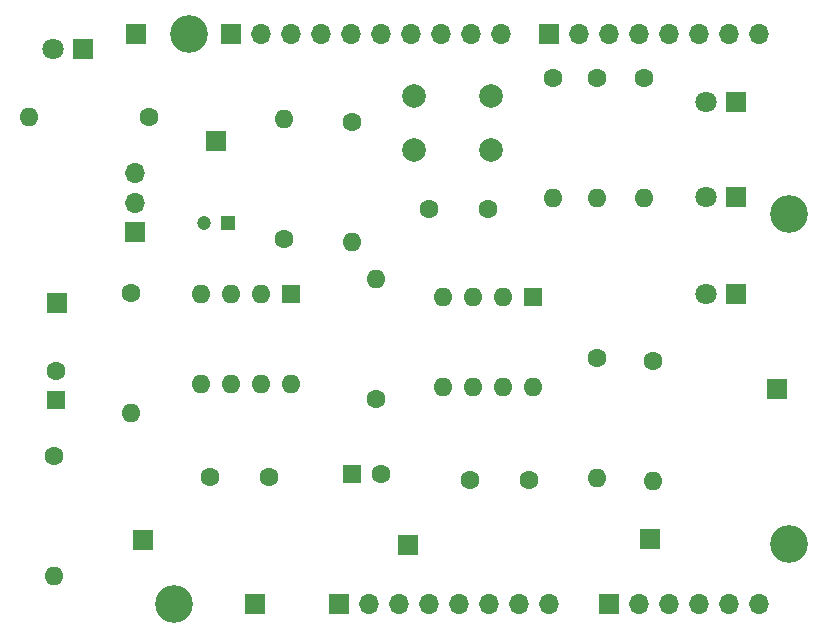
<source format=gbr>
%TF.GenerationSoftware,KiCad,Pcbnew,8.0.2*%
%TF.CreationDate,2024-05-18T14:33:59+02:00*%
%TF.ProjectId,SDHD_Lab,53444844-5f4c-4616-922e-6b696361645f,R1.0*%
%TF.SameCoordinates,Original*%
%TF.FileFunction,Soldermask,Top*%
%TF.FilePolarity,Negative*%
%FSLAX46Y46*%
G04 Gerber Fmt 4.6, Leading zero omitted, Abs format (unit mm)*
G04 Created by KiCad (PCBNEW 8.0.2) date 2024-05-18 14:33:59*
%MOMM*%
%LPD*%
G01*
G04 APERTURE LIST*
%ADD10R,1.700000X1.700000*%
%ADD11O,1.700000X1.700000*%
%ADD12R,1.800000X1.800000*%
%ADD13C,1.800000*%
%ADD14C,1.600000*%
%ADD15O,1.600000X1.600000*%
%ADD16C,2.000000*%
%ADD17R,1.200000X1.200000*%
%ADD18C,1.200000*%
%ADD19R,1.600000X1.600000*%
%ADD20C,3.200000*%
G04 APERTURE END LIST*
D10*
%TO.C,J1*%
X127940000Y-97460000D03*
D11*
X130480000Y-97460000D03*
X133020000Y-97460000D03*
X135560000Y-97460000D03*
X138100000Y-97460000D03*
X140640000Y-97460000D03*
X143180000Y-97460000D03*
X145720000Y-97460000D03*
%TD*%
D10*
%TO.C,J2*%
X150800000Y-97460000D03*
D11*
X153340000Y-97460000D03*
X155880000Y-97460000D03*
X158420000Y-97460000D03*
X160960000Y-97460000D03*
X163500000Y-97460000D03*
%TD*%
D10*
%TO.C,J4*%
X118796000Y-49200000D03*
D11*
X121336000Y-49200000D03*
X123876000Y-49200000D03*
X126416000Y-49200000D03*
X128956000Y-49200000D03*
X131496000Y-49200000D03*
X134036000Y-49200000D03*
X136576000Y-49200000D03*
X139116000Y-49200000D03*
X141656000Y-49200000D03*
%TD*%
D10*
%TO.C,J5*%
X145720000Y-49200000D03*
D11*
X148260000Y-49200000D03*
X150800000Y-49200000D03*
X153340000Y-49200000D03*
X155880000Y-49200000D03*
X158420000Y-49200000D03*
X160960000Y-49200000D03*
X163500000Y-49200000D03*
%TD*%
D12*
%TO.C,D2*%
X161540000Y-71250000D03*
D13*
X159000000Y-71250000D03*
%TD*%
D10*
%TO.C,TP_Sig1*%
X104000000Y-72000000D03*
%TD*%
%TO.C,TP_1st*%
X111300000Y-92025000D03*
%TD*%
D12*
%TO.C,D4*%
X106250000Y-50500000D03*
D13*
X103710000Y-50500000D03*
%TD*%
D10*
%TO.C,TP_GND2*%
X110750000Y-49250000D03*
%TD*%
D14*
%TO.C,C5*%
X140500000Y-64000000D03*
X135500000Y-64000000D03*
%TD*%
%TO.C,R6*%
X123250000Y-66580000D03*
D15*
X123250000Y-56420000D03*
%TD*%
D10*
%TO.C,J3*%
X110650000Y-65975000D03*
D11*
X110650000Y-63515000D03*
X110650000Y-60975000D03*
%TD*%
D12*
%TO.C,D1*%
X161525000Y-55000000D03*
D13*
X158985000Y-55000000D03*
%TD*%
D16*
%TO.C,SW1*%
X134250000Y-54500000D03*
X140750000Y-54500000D03*
X134250000Y-59000000D03*
X140750000Y-59000000D03*
%TD*%
D17*
%TO.C,C6*%
X118472600Y-65250000D03*
D18*
X116472600Y-65250000D03*
%TD*%
D19*
%TO.C,U2*%
X144300000Y-71450000D03*
D15*
X141760000Y-71450000D03*
X139220000Y-71450000D03*
X136680000Y-71450000D03*
X136680000Y-79070000D03*
X139220000Y-79070000D03*
X141760000Y-79070000D03*
X144300000Y-79070000D03*
%TD*%
D12*
%TO.C,D3*%
X161525000Y-63000000D03*
D13*
X158985000Y-63000000D03*
%TD*%
D20*
%TO.C,MH1*%
X115240000Y-49200000D03*
%TD*%
D10*
%TO.C,TP_GND1*%
X165000000Y-79250000D03*
%TD*%
D14*
%TO.C,C4*%
X144000000Y-87000000D03*
X139000000Y-87000000D03*
%TD*%
%TO.C,R4*%
X149750000Y-76670000D03*
D15*
X149750000Y-86830000D03*
%TD*%
D14*
%TO.C,R2*%
X103750000Y-84920000D03*
D15*
X103750000Y-95080000D03*
%TD*%
D14*
%TO.C,R9*%
X111830000Y-56250000D03*
D15*
X101670000Y-56250000D03*
%TD*%
D14*
%TO.C,R8*%
X153750000Y-52920000D03*
D15*
X153750000Y-63080000D03*
%TD*%
D19*
%TO.C,C3*%
X129000000Y-86500000D03*
D14*
X131500000Y-86500000D03*
%TD*%
%TO.C,R1*%
X110250000Y-71170000D03*
D15*
X110250000Y-81330000D03*
%TD*%
D10*
%TO.C,TP_GND3*%
X120750000Y-97500000D03*
%TD*%
D19*
%TO.C,C1*%
X103975000Y-80200000D03*
D14*
X103975000Y-77700000D03*
%TD*%
%TO.C,R10*%
X146000000Y-52920000D03*
D15*
X146000000Y-63080000D03*
%TD*%
D14*
%TO.C,R7*%
X154500000Y-76920000D03*
D15*
X154500000Y-87080000D03*
%TD*%
D14*
%TO.C,R3*%
X131000000Y-80080000D03*
D15*
X131000000Y-69920000D03*
%TD*%
D19*
%TO.C,U1*%
X123800000Y-71200000D03*
D15*
X121260000Y-71200000D03*
X118720000Y-71200000D03*
X116180000Y-71200000D03*
X116180000Y-78820000D03*
X118720000Y-78820000D03*
X121260000Y-78820000D03*
X123800000Y-78820000D03*
%TD*%
D10*
%TO.C,TP_2nd*%
X154250000Y-92000000D03*
%TD*%
%TO.C,TP_Offset*%
X117500000Y-58250000D03*
%TD*%
D14*
%TO.C,C2*%
X117000000Y-86750000D03*
X122000000Y-86750000D03*
%TD*%
D20*
%TO.C,MH2*%
X113970000Y-97460000D03*
%TD*%
%TO.C,MH3*%
X166040000Y-64440000D03*
%TD*%
%TO.C,MH4*%
X166040000Y-92380000D03*
%TD*%
D10*
%TO.C,TP_PWR*%
X133750000Y-92500000D03*
%TD*%
D14*
%TO.C,R11*%
X149750000Y-52920000D03*
D15*
X149750000Y-63080000D03*
%TD*%
D14*
%TO.C,R5*%
X129000000Y-56670000D03*
D15*
X129000000Y-66830000D03*
%TD*%
M02*

</source>
